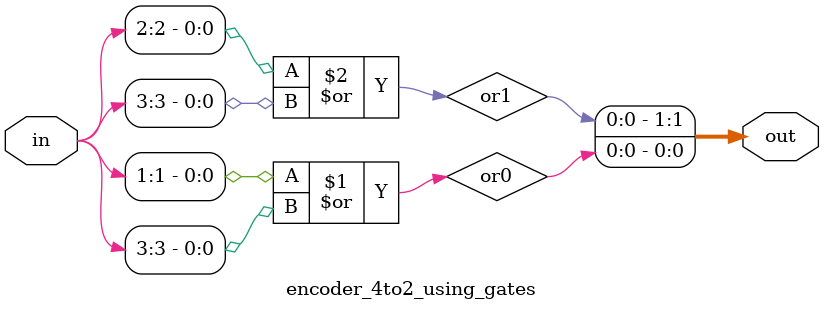
<source format=v>
`timescale 1ns / 1ps


module encoder_4to2_using_gates(
 
    input wire [3:0] in,  // 4-bit input
    output wire [1:0] out // 2-bit output
);

// Khai bao data types cho cong OR
wire or0, or1; 

// Thuc hien ham OR 
or (or0, in[1], in[3]); 
or (or1, in[2], in[3]); 

// Gan ket qua cua cong OR cho dau ra
assign out[0] = or0;
assign out[1] = or1;



endmodule

</source>
